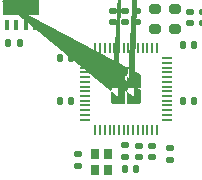
<source format=gbr>
%TF.GenerationSoftware,KiCad,Pcbnew,7.99.0-957-g18dd623122*%
%TF.CreationDate,2023-07-10T16:21:33-04:00*%
%TF.ProjectId,rp2040_base,72703230-3430-45f6-9261-73652e6b6963,rev?*%
%TF.SameCoordinates,Original*%
%TF.FileFunction,Paste,Top*%
%TF.FilePolarity,Positive*%
%FSLAX46Y46*%
G04 Gerber Fmt 4.6, Leading zero omitted, Abs format (unit mm)*
G04 Created by KiCad (PCBNEW 7.99.0-957-g18dd623122) date 2023-07-10 16:21:33*
%MOMM*%
%LPD*%
G01*
G04 APERTURE LIST*
G04 Aperture macros list*
%AMRoundRect*
0 Rectangle with rounded corners*
0 $1 Rounding radius*
0 $2 $3 $4 $5 $6 $7 $8 $9 X,Y pos of 4 corners*
0 Add a 4 corners polygon primitive as box body*
4,1,4,$2,$3,$4,$5,$6,$7,$8,$9,$2,$3,0*
0 Add four circle primitives for the rounded corners*
1,1,$1+$1,$2,$3*
1,1,$1+$1,$4,$5*
1,1,$1+$1,$6,$7*
1,1,$1+$1,$8,$9*
0 Add four rect primitives between the rounded corners*
20,1,$1+$1,$2,$3,$4,$5,0*
20,1,$1+$1,$4,$5,$6,$7,0*
20,1,$1+$1,$6,$7,$8,$9,0*
20,1,$1+$1,$8,$9,$2,$3,0*%
%AMFreePoly0*
4,1,51,0.532219,0.614745,0.539696,0.609939,0.548497,0.608674,0.568109,0.591679,0.589937,0.577652,0.593629,0.569566,0.600348,0.563745,0.607658,0.538848,0.618438,0.515244,0.617172,0.506443,0.619677,0.497915,0.619677,-0.497915,0.614745,-0.532219,0.609939,-0.539696,0.608674,-0.548497,0.591679,-0.568109,0.577652,-0.589937,0.569566,-0.593629,0.563745,-0.600348,0.538848,-0.607658,
0.515244,-0.618438,0.506443,-0.617172,0.497915,-0.619677,-0.497915,-0.619677,-0.532219,-0.614745,-0.539696,-0.609939,-0.548497,-0.608674,-0.568109,-0.591679,-0.589937,-0.577652,-0.593629,-0.569566,-0.600348,-0.563745,-0.607658,-0.538848,-0.618438,-0.515244,-0.617172,-0.506443,-0.619677,-0.497915,-0.619677,0.397045,-0.616582,0.418565,-0.616895,0.422927,-0.615620,0.425261,-0.614745,0.431349,
-0.598456,0.456693,-0.584014,0.483144,-0.483144,0.584014,-0.465738,0.597042,-0.462875,0.600348,-0.460322,0.601097,-0.455399,0.604783,-0.425958,0.611187,-0.397045,0.619677,0.497915,0.619677,0.532219,0.614745,0.532219,0.614745,$1*%
%AMFreePoly1*
4,1,51,0.532219,0.614745,0.539696,0.609939,0.548497,0.608674,0.568109,0.591679,0.589937,0.577652,0.593629,0.569566,0.600348,0.563745,0.607658,0.538848,0.618438,0.515244,0.617172,0.506443,0.619677,0.497915,0.619677,-0.497915,0.614745,-0.532219,0.609939,-0.539696,0.608674,-0.548497,0.591679,-0.568109,0.577652,-0.589937,0.569566,-0.593629,0.563745,-0.600348,0.538848,-0.607658,
0.515244,-0.618438,0.506443,-0.617172,0.497915,-0.619677,-0.397045,-0.619677,-0.418564,-0.616583,-0.422927,-0.616895,-0.425261,-0.615620,-0.431349,-0.614745,-0.456693,-0.598456,-0.483144,-0.584014,-0.584014,-0.483144,-0.597044,-0.465737,-0.600348,-0.462875,-0.601097,-0.460323,-0.604783,-0.455400,-0.611187,-0.425956,-0.619677,-0.397045,-0.619677,0.497915,-0.614745,0.532219,-0.609939,0.539696,
-0.608674,0.548497,-0.591679,0.568109,-0.577652,0.589937,-0.569566,0.593629,-0.563745,0.600348,-0.538848,0.607658,-0.515244,0.618438,-0.506443,0.617172,-0.497915,0.619677,0.497915,0.619677,0.532219,0.614745,0.532219,0.614745,$1*%
%AMFreePoly2*
4,1,51,0.418565,0.616582,0.422927,0.616895,0.425261,0.615620,0.431349,0.614745,0.456693,0.598456,0.483144,0.584014,0.584014,0.483144,0.597042,0.465738,0.600348,0.462875,0.601097,0.460322,0.604783,0.455399,0.611187,0.425958,0.619677,0.397045,0.619677,-0.497915,0.614745,-0.532219,0.609939,-0.539696,0.608674,-0.548497,0.591679,-0.568109,0.577652,-0.589937,0.569566,-0.593629,
0.563745,-0.600348,0.538848,-0.607658,0.515244,-0.618438,0.506443,-0.617172,0.497915,-0.619677,-0.497915,-0.619677,-0.532219,-0.614745,-0.539696,-0.609939,-0.548497,-0.608674,-0.568109,-0.591679,-0.589937,-0.577652,-0.593629,-0.569566,-0.600348,-0.563745,-0.607658,-0.538848,-0.618438,-0.515244,-0.617172,-0.506443,-0.619677,-0.497915,-0.619677,0.497915,-0.614745,0.532219,-0.609939,0.539696,
-0.608674,0.548497,-0.591679,0.568109,-0.577652,0.589937,-0.569566,0.593629,-0.563745,0.600348,-0.538848,0.607658,-0.515244,0.618438,-0.506443,0.617172,-0.497915,0.619677,0.397045,0.619677,0.418565,0.616582,0.418565,0.616582,$1*%
%AMFreePoly3*
4,1,51,0.532219,0.614745,0.539696,0.609939,0.548497,0.608674,0.568109,0.591679,0.589937,0.577652,0.593629,0.569566,0.600348,0.563745,0.607658,0.538848,0.618438,0.515244,0.617172,0.506443,0.619677,0.497915,0.619677,-0.397045,0.616583,-0.418564,0.616895,-0.422927,0.615620,-0.425261,0.614745,-0.431349,0.598456,-0.456693,0.584014,-0.483144,0.483144,-0.584014,0.465737,-0.597044,
0.462875,-0.600348,0.460323,-0.601097,0.455400,-0.604783,0.425956,-0.611187,0.397045,-0.619677,-0.497915,-0.619677,-0.532219,-0.614745,-0.539696,-0.609939,-0.548497,-0.608674,-0.568109,-0.591679,-0.589937,-0.577652,-0.593629,-0.569566,-0.600348,-0.563745,-0.607658,-0.538848,-0.618438,-0.515244,-0.617172,-0.506443,-0.619677,-0.497915,-0.619677,0.497915,-0.614745,0.532219,-0.609939,0.539696,
-0.608674,0.548497,-0.591679,0.568109,-0.577652,0.589937,-0.569566,0.593629,-0.563745,0.600348,-0.538848,0.607658,-0.515244,0.618438,-0.506443,0.617172,-0.497915,0.619677,0.497915,0.619677,0.532219,0.614745,0.532219,0.614745,$1*%
G04 Aperture macros list end*
%ADD10C,0.000000*%
%ADD11RoundRect,0.140000X0.170000X-0.140000X0.170000X0.140000X-0.170000X0.140000X-0.170000X-0.140000X0*%
%ADD12RoundRect,0.200000X0.275000X-0.200000X0.275000X0.200000X-0.275000X0.200000X-0.275000X-0.200000X0*%
%ADD13RoundRect,0.140000X-0.170000X0.140000X-0.170000X-0.140000X0.170000X-0.140000X0.170000X0.140000X0*%
%ADD14R,0.600000X1.450000*%
%ADD15R,0.300000X1.450000*%
%ADD16RoundRect,0.135000X0.185000X-0.135000X0.185000X0.135000X-0.185000X0.135000X-0.185000X-0.135000X0*%
%ADD17RoundRect,0.135000X-0.185000X0.135000X-0.185000X-0.135000X0.185000X-0.135000X0.185000X0.135000X0*%
%ADD18RoundRect,0.140000X-0.140000X-0.170000X0.140000X-0.170000X0.140000X0.170000X-0.140000X0.170000X0*%
%ADD19RoundRect,0.140000X0.140000X0.170000X-0.140000X0.170000X-0.140000X-0.170000X0.140000X-0.170000X0*%
%ADD20R,0.304800X0.863600*%
%ADD21R,3.098800X2.387600*%
%ADD22FreePoly0,0.000000*%
%ADD23FreePoly1,0.000000*%
%ADD24FreePoly2,0.000000*%
%ADD25FreePoly3,0.000000*%
%ADD26RoundRect,0.050000X-0.387500X-0.050000X0.387500X-0.050000X0.387500X0.050000X-0.387500X0.050000X0*%
%ADD27RoundRect,0.050000X-0.050000X-0.387500X0.050000X-0.387500X0.050000X0.387500X-0.050000X0.387500X0*%
%ADD28RoundRect,0.135000X-0.135000X-0.185000X0.135000X-0.185000X0.135000X0.185000X-0.135000X0.185000X0*%
%ADD29R,0.800000X0.900000*%
%ADD30RoundRect,0.200000X-0.275000X0.200000X-0.275000X-0.200000X0.275000X-0.200000X0.275000X0.200000X0*%
G04 APERTURE END LIST*
D10*
%TO.C,U2*%
G36*
X132557850Y-88215800D02*
G01*
X131208450Y-88215800D01*
X131208450Y-86028200D01*
X132557850Y-86028200D01*
X132557850Y-88215800D01*
G37*
G36*
X134107250Y-88215800D02*
G01*
X132757850Y-88215800D01*
X132757850Y-86028200D01*
X134107250Y-86028200D01*
X134107250Y-88215800D01*
G37*
%TD*%
D11*
%TO.C,C9*%
X148082000Y-89013000D03*
X148082000Y-88053000D03*
%TD*%
D12*
%TO.C,R5*%
X145669000Y-89470999D03*
X145669000Y-87820999D03*
%TD*%
D13*
%TO.C,C13*%
X137526846Y-100114733D03*
X137526846Y-101074733D03*
%TD*%
D11*
%TO.C,C4*%
X142494000Y-88900000D03*
X142494000Y-87940000D03*
%TD*%
D14*
%TO.C,J1*%
X147014000Y-85833000D03*
X146214000Y-85833000D03*
D15*
X145014000Y-85833000D03*
X144014000Y-85833000D03*
X143514000Y-85833000D03*
X142514000Y-85833000D03*
D14*
X141314000Y-85833000D03*
X140514000Y-85833000D03*
X140514000Y-85833000D03*
X141314000Y-85833000D03*
D15*
X142014000Y-85833000D03*
X143014000Y-85833000D03*
X144514000Y-85833000D03*
X145514000Y-85833000D03*
D14*
X146214000Y-85833000D03*
X147014000Y-85833000D03*
%TD*%
D11*
%TO.C,C10*%
X140462000Y-88900000D03*
X140462000Y-87940000D03*
%TD*%
%TO.C,C11*%
X147004369Y-89013000D03*
X147004369Y-88053000D03*
%TD*%
D16*
%TO.C,R2*%
X137160000Y-84583999D03*
X137160000Y-83564001D03*
%TD*%
D17*
%TO.C,R6*%
X141448554Y-99345001D03*
X141448554Y-100364999D03*
%TD*%
D18*
%TO.C,C12*%
X141474500Y-101379000D03*
X142434500Y-101379000D03*
%TD*%
D19*
%TO.C,C7*%
X136929216Y-91973686D03*
X135969216Y-91973686D03*
%TD*%
D13*
%TO.C,C3*%
X142654869Y-99396313D03*
X142654869Y-100356313D03*
%TD*%
D16*
%TO.C,R3*%
X136144000Y-84583999D03*
X136144000Y-83564001D03*
%TD*%
D18*
%TO.C,C14*%
X130399850Y-83566000D03*
X131359850Y-83566000D03*
%TD*%
D20*
%TO.C,U2*%
X131457700Y-89141300D03*
X132257800Y-89141300D03*
X133057900Y-89141300D03*
X133858000Y-89141300D03*
D21*
X132657850Y-87122000D03*
D20*
X133858000Y-85102700D03*
X133057900Y-85102700D03*
X132257800Y-85102700D03*
X131457700Y-85102700D03*
%TD*%
D17*
%TO.C,R7*%
X129413000Y-88263001D03*
X129413000Y-89282999D03*
%TD*%
D22*
%TO.C,U1*%
X140890000Y-93900000D03*
D23*
X140890000Y-95250000D03*
D24*
X142240000Y-93900000D03*
D25*
X142240000Y-95250000D03*
D26*
X138127500Y-91975000D03*
X138127500Y-92375001D03*
X138127500Y-92775000D03*
X138127500Y-93175000D03*
X138127500Y-93575000D03*
X138127500Y-93974999D03*
X138127500Y-94375000D03*
X138127500Y-94775000D03*
X138127500Y-95175001D03*
X138127500Y-95575000D03*
X138127500Y-95975000D03*
X138127500Y-96375000D03*
X138127500Y-96774999D03*
X138127500Y-97175000D03*
D27*
X138965000Y-98012500D03*
X139365001Y-98012500D03*
X139765000Y-98012500D03*
X140165000Y-98012500D03*
X140565000Y-98012500D03*
X140964999Y-98012500D03*
X141365000Y-98012500D03*
X141765000Y-98012500D03*
X142165001Y-98012500D03*
X142565000Y-98012500D03*
X142965000Y-98012500D03*
X143365000Y-98012500D03*
X143764999Y-98012500D03*
X144165000Y-98012500D03*
D26*
X145002500Y-97175000D03*
X145002500Y-96774999D03*
X145002500Y-96375000D03*
X145002500Y-95975000D03*
X145002500Y-95575000D03*
X145002500Y-95175001D03*
X145002500Y-94775000D03*
X145002500Y-94375000D03*
X145002500Y-93974999D03*
X145002500Y-93575000D03*
X145002500Y-93175000D03*
X145002500Y-92775000D03*
X145002500Y-92375001D03*
X145002500Y-91975000D03*
D27*
X144165000Y-91137500D03*
X143764999Y-91137500D03*
X143365000Y-91137500D03*
X142965000Y-91137500D03*
X142565000Y-91137500D03*
X142165001Y-91137500D03*
X141765000Y-91137500D03*
X141365000Y-91137500D03*
X140964999Y-91137500D03*
X140565000Y-91137500D03*
X140165000Y-91137500D03*
X139765000Y-91137500D03*
X139365001Y-91137500D03*
X138965000Y-91137500D03*
%TD*%
D11*
%TO.C,C2*%
X141478000Y-88900000D03*
X141478000Y-87940000D03*
%TD*%
D18*
%TO.C,C6*%
X146386313Y-95565790D03*
X147346313Y-95565790D03*
%TD*%
D28*
%TO.C,R8*%
X131570001Y-90678000D03*
X132589999Y-90678000D03*
%TD*%
D18*
%TO.C,C5*%
X146386313Y-90896056D03*
X147346313Y-90896056D03*
%TD*%
D19*
%TO.C,C1*%
X136929216Y-95565790D03*
X135969216Y-95565790D03*
%TD*%
D13*
%TO.C,C8*%
X143732500Y-99396313D03*
X143732500Y-100356313D03*
%TD*%
D29*
%TO.C,Y1*%
X138952503Y-100074337D03*
X138952503Y-101474337D03*
X140052503Y-101474337D03*
X140052503Y-100074337D03*
%TD*%
D16*
%TO.C,R1*%
X145249867Y-100565917D03*
X145249867Y-99545919D03*
%TD*%
D30*
%TO.C,R4*%
X144049500Y-87821000D03*
X144049500Y-89471000D03*
%TD*%
M02*

</source>
